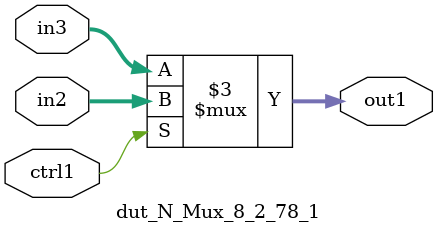
<source format=v>

`timescale 1ps / 1ps


module dut_N_Mux_8_2_78_1( in3, in2, ctrl1, out1 );

    input [7:0] in3;
    input [7:0] in2;
    input ctrl1;
    output [7:0] out1;
    reg [7:0] out1;

    
    // rtl_process:dut_N_Mux_8_2_78_1/dut_N_Mux_8_2_78_1_thread_1
    always @*
      begin : dut_N_Mux_8_2_78_1_thread_1
        case (ctrl1) 
          1'b1: 
            begin
              out1 = in2;
            end
          default: 
            begin
              out1 = in3;
            end
        endcase
      end

endmodule



</source>
